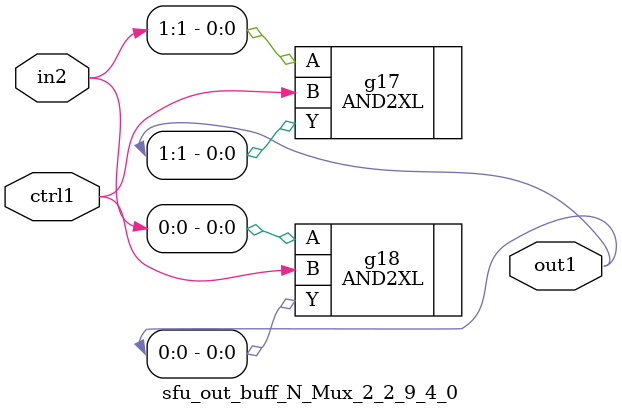
<source format=v>
`timescale 1ps / 1ps


module sfu_out_buff_N_Mux_2_2_9_4_0(in2, ctrl1, out1);
  input [1:0] in2;
  input ctrl1;
  output [1:0] out1;
  wire [1:0] in2;
  wire ctrl1;
  wire [1:0] out1;
  AND2XL g17(.A (in2[1]), .B (ctrl1), .Y (out1[1]));
  AND2XL g18(.A (in2[0]), .B (ctrl1), .Y (out1[0]));
endmodule



</source>
